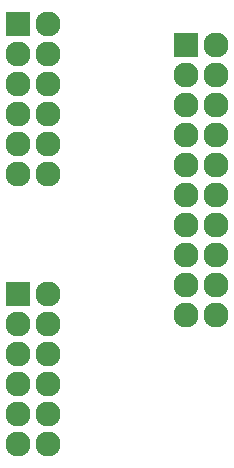
<source format=gbr>
G04 #@! TF.FileFunction,Soldermask,Bot*
%FSLAX46Y46*%
G04 Gerber Fmt 4.6, Leading zero omitted, Abs format (unit mm)*
G04 Created by KiCad (PCBNEW 4.0.4+e1-6308~48~ubuntu14.04.1-stable) date Wed Oct 26 00:07:37 2016*
%MOMM*%
%LPD*%
G01*
G04 APERTURE LIST*
%ADD10C,0.100000*%
%ADD11R,2.127200X2.127200*%
%ADD12O,2.127200X2.127200*%
G04 APERTURE END LIST*
D10*
D11*
X14210000Y-1800000D03*
D12*
X16750000Y-1800000D03*
X14210000Y-4340000D03*
X16750000Y-4340000D03*
X14210000Y-6880000D03*
X16750000Y-6880000D03*
X14210000Y-9420000D03*
X16750000Y-9420000D03*
X14210000Y-11960000D03*
X16750000Y-11960000D03*
X14210000Y-14500000D03*
X16750000Y-14500000D03*
X14210000Y-17040000D03*
X16750000Y-17040000D03*
X14210000Y-19580000D03*
X16750000Y-19580000D03*
X14210000Y-22120000D03*
X16750000Y-22120000D03*
X14210000Y-24660000D03*
X16750000Y-24660000D03*
D11*
X0Y0D03*
D12*
X2540000Y0D03*
X0Y-2540000D03*
X2540000Y-2540000D03*
X0Y-5080000D03*
X2540000Y-5080000D03*
X0Y-7620000D03*
X2540000Y-7620000D03*
X0Y-10160000D03*
X2540000Y-10160000D03*
X0Y-12700000D03*
X2540000Y-12700000D03*
D11*
X0Y-22900000D03*
D12*
X2540000Y-22900000D03*
X0Y-25440000D03*
X2540000Y-25440000D03*
X0Y-27980000D03*
X2540000Y-27980000D03*
X0Y-30520000D03*
X2540000Y-30520000D03*
X0Y-33060000D03*
X2540000Y-33060000D03*
X0Y-35600000D03*
X2540000Y-35600000D03*
M02*

</source>
